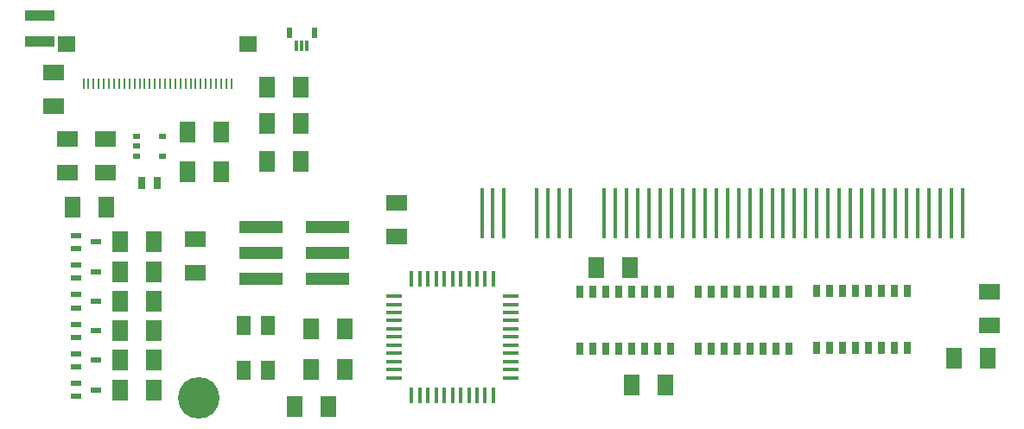
<source format=gts>
G04 (created by PCBNEW (2013-may-18)-stable) date Mon Aug 15 13:55:16 2016*
%MOIN*%
G04 Gerber Fmt 3.4, Leading zero omitted, Abs format*
%FSLAX34Y34*%
G01*
G70*
G90*
G04 APERTURE LIST*
%ADD10C,0.00590551*%
%ADD11R,0.06X0.016*%
%ADD12R,0.016X0.06*%
%ADD13R,0.025X0.05*%
%ADD14R,0.06X0.08*%
%ADD15R,0.08X0.06*%
%ADD16R,0.025X0.045*%
%ADD17R,0.166929X0.05*%
%ADD18R,0.0551181X0.0748031*%
%ADD19R,0.015748X0.19685*%
%ADD20R,0.0394X0.0236*%
%ADD21R,0.0106299X0.0440945*%
%ADD22R,0.00984252X0.0433071*%
%ADD23R,0.0669291X0.0590551*%
%ADD24R,0.03X0.02*%
%ADD25C,0.16*%
%ADD26R,0.011811X0.0433071*%
%ADD27R,0.0204724X0.0393701*%
%ADD28R,0.11811X0.0393701*%
G04 APERTURE END LIST*
G54D10*
G54D11*
X72269Y-60059D03*
X72269Y-59744D03*
X72269Y-59429D03*
X72269Y-59114D03*
X72269Y-58799D03*
X72269Y-58484D03*
X72269Y-60374D03*
X72269Y-60689D03*
X72269Y-61004D03*
X72269Y-61319D03*
X72269Y-61634D03*
X67769Y-60059D03*
X67769Y-59744D03*
X67769Y-59429D03*
X67769Y-59114D03*
X67769Y-58799D03*
X67769Y-58484D03*
X67769Y-60374D03*
X67769Y-60689D03*
X67769Y-61004D03*
X67769Y-61319D03*
X67769Y-61634D03*
G54D12*
X70019Y-57809D03*
X70019Y-62309D03*
X69704Y-57809D03*
X69704Y-62309D03*
X69389Y-62309D03*
X69389Y-57809D03*
X69074Y-57809D03*
X69074Y-62309D03*
X68759Y-62309D03*
X68759Y-57809D03*
X68444Y-57809D03*
X68444Y-62309D03*
X70334Y-62309D03*
X70334Y-57809D03*
X70649Y-57809D03*
X70649Y-62309D03*
X70964Y-62309D03*
X70964Y-57809D03*
X71279Y-57809D03*
X71279Y-62309D03*
X71594Y-62309D03*
X71594Y-57809D03*
G54D13*
X87557Y-58289D03*
X87057Y-58289D03*
X86557Y-58289D03*
X86057Y-58289D03*
X85557Y-58289D03*
X85057Y-58289D03*
X84557Y-58289D03*
X84057Y-58289D03*
X84057Y-60489D03*
X84557Y-60489D03*
X85057Y-60489D03*
X85557Y-60489D03*
X86057Y-60489D03*
X86557Y-60489D03*
X87057Y-60489D03*
X87557Y-60489D03*
X78423Y-58329D03*
X77923Y-58329D03*
X77423Y-58329D03*
X76923Y-58329D03*
X76423Y-58329D03*
X75923Y-58329D03*
X75423Y-58329D03*
X74923Y-58329D03*
X74923Y-60529D03*
X75423Y-60529D03*
X75923Y-60529D03*
X76423Y-60529D03*
X76923Y-60529D03*
X77423Y-60529D03*
X77923Y-60529D03*
X78423Y-60529D03*
G54D14*
X76850Y-57381D03*
X75550Y-57381D03*
G54D15*
X54625Y-51142D03*
X54625Y-49842D03*
G54D14*
X58504Y-56397D03*
X57204Y-56397D03*
X58504Y-57539D03*
X57204Y-57539D03*
X58504Y-58681D03*
X57204Y-58681D03*
X58504Y-59822D03*
X57204Y-59822D03*
X58504Y-60964D03*
X57204Y-60964D03*
X56653Y-55059D03*
X55353Y-55059D03*
X64173Y-53287D03*
X62873Y-53287D03*
X64173Y-51830D03*
X62873Y-51830D03*
G54D15*
X55177Y-53701D03*
X55177Y-52401D03*
X56633Y-53701D03*
X56633Y-52401D03*
G54D14*
X59802Y-52145D03*
X61102Y-52145D03*
X59802Y-53681D03*
X61102Y-53681D03*
X62873Y-50413D03*
X64173Y-50413D03*
X76928Y-61909D03*
X78228Y-61909D03*
X58504Y-62106D03*
X57204Y-62106D03*
G54D15*
X67854Y-56181D03*
X67854Y-54881D03*
G54D14*
X90669Y-60885D03*
X89369Y-60885D03*
G54D15*
X60098Y-57598D03*
X60098Y-56298D03*
G54D14*
X64566Y-61318D03*
X65866Y-61318D03*
X64566Y-59744D03*
X65866Y-59744D03*
G54D15*
X90728Y-59606D03*
X90728Y-58306D03*
G54D16*
X58026Y-54114D03*
X58626Y-54114D03*
G54D17*
X65197Y-57830D03*
X62637Y-57830D03*
X65197Y-56830D03*
X62637Y-56830D03*
X65197Y-55830D03*
X62637Y-55830D03*
G54D18*
X61948Y-59625D03*
X61948Y-61358D03*
X62893Y-61358D03*
X62893Y-59625D03*
G54D19*
X89708Y-55294D03*
X89275Y-55294D03*
X88842Y-55294D03*
X88409Y-55294D03*
X87976Y-55294D03*
X87543Y-55294D03*
X87110Y-55294D03*
X86677Y-55294D03*
X86244Y-55294D03*
X85811Y-55294D03*
X85378Y-55294D03*
X84945Y-55294D03*
X84512Y-55294D03*
X84079Y-55294D03*
X83645Y-55294D03*
X83212Y-55294D03*
X82779Y-55294D03*
X82346Y-55294D03*
X81913Y-55294D03*
X81480Y-55294D03*
X81047Y-55294D03*
X80614Y-55294D03*
X80181Y-55294D03*
X79748Y-55294D03*
X79315Y-55294D03*
X78882Y-55294D03*
X78449Y-55294D03*
X78016Y-55294D03*
X77582Y-55294D03*
X77149Y-55294D03*
X76716Y-55294D03*
X76283Y-55294D03*
X75850Y-55294D03*
X74551Y-55294D03*
X74118Y-55294D03*
X73685Y-55294D03*
X73252Y-55294D03*
X71992Y-55294D03*
X71579Y-55294D03*
X71165Y-55294D03*
G54D20*
X55511Y-62362D03*
X55511Y-61850D03*
X56259Y-62106D03*
X55511Y-56653D03*
X55511Y-56141D03*
X56259Y-56397D03*
X55511Y-57795D03*
X55511Y-57283D03*
X56259Y-57539D03*
X55511Y-58937D03*
X55511Y-58425D03*
X56259Y-58681D03*
X55511Y-60078D03*
X55511Y-59566D03*
X56259Y-59822D03*
X55511Y-61220D03*
X55511Y-60708D03*
X56259Y-60964D03*
G54D21*
X55781Y-50295D03*
X55978Y-50295D03*
X56175Y-50295D03*
G54D22*
X56372Y-50295D03*
X56569Y-50295D03*
X56765Y-50295D03*
X56962Y-50295D03*
X57159Y-50295D03*
X57356Y-50295D03*
X57553Y-50295D03*
X57750Y-50295D03*
X57947Y-50295D03*
X58143Y-50295D03*
X58340Y-50295D03*
X58537Y-50295D03*
X58734Y-50295D03*
X58931Y-50295D03*
X59128Y-50295D03*
X59325Y-50295D03*
X59521Y-50295D03*
X59718Y-50295D03*
X59915Y-50295D03*
X60112Y-50295D03*
X60309Y-50295D03*
X60506Y-50295D03*
X60702Y-50295D03*
X60899Y-50295D03*
X61096Y-50295D03*
X61293Y-50295D03*
X61490Y-50295D03*
G54D23*
X55141Y-48755D03*
X62141Y-48755D03*
G54D24*
X57826Y-52321D03*
X57826Y-53071D03*
X58826Y-52321D03*
X57826Y-52696D03*
X58826Y-53071D03*
G54D13*
X82990Y-58329D03*
X82490Y-58329D03*
X81990Y-58329D03*
X81490Y-58329D03*
X80990Y-58329D03*
X80490Y-58329D03*
X79990Y-58329D03*
X79490Y-58329D03*
X79490Y-60529D03*
X79990Y-60529D03*
X80490Y-60529D03*
X80990Y-60529D03*
X81490Y-60529D03*
X81990Y-60529D03*
X82490Y-60529D03*
X82990Y-60529D03*
G54D25*
X60216Y-62421D03*
G54D14*
X63936Y-62736D03*
X65236Y-62736D03*
G54D26*
X64412Y-48809D03*
X64212Y-48809D03*
X64012Y-48809D03*
G54D27*
X64692Y-48309D03*
X63732Y-48309D03*
G54D28*
X54094Y-48649D03*
X54094Y-47649D03*
M02*

</source>
